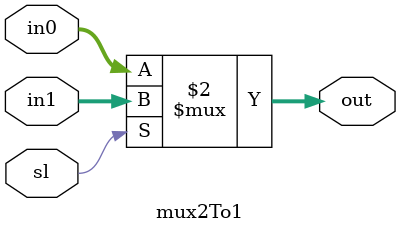
<source format=v>
module mux2To1(in0, in1, sl, out);
        input [7:0] in0, in1;
        input sl;
        output [7:0] out;

        assign out = (sl == 1'b0) ? in0 : in1; 
endmodule
</source>
